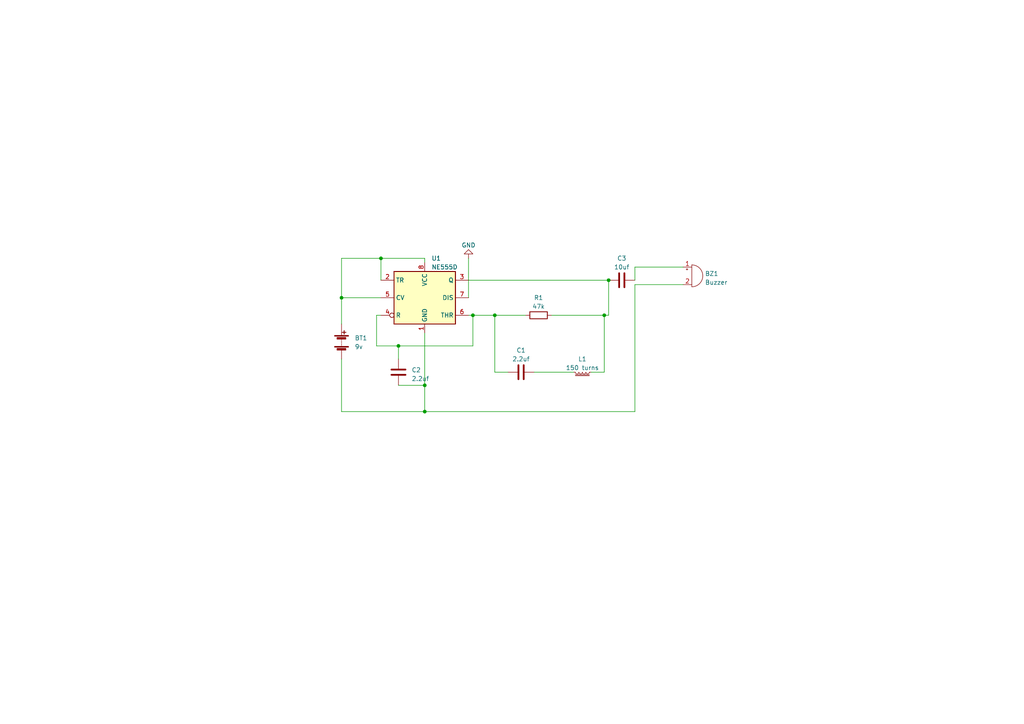
<source format=kicad_sch>
(kicad_sch (version 20230121) (generator eeschema)

  (uuid 005ea1c0-45c9-4ead-9495-a61475bcfb6b)

  (paper "A4")

  (lib_symbols
    (symbol "Device:Battery" (pin_numbers hide) (pin_names (offset 0) hide) (in_bom yes) (on_board yes)
      (property "Reference" "BT" (at 2.54 2.54 0)
        (effects (font (size 1.27 1.27)) (justify left))
      )
      (property "Value" "Battery" (at 2.54 0 0)
        (effects (font (size 1.27 1.27)) (justify left))
      )
      (property "Footprint" "" (at 0 1.524 90)
        (effects (font (size 1.27 1.27)) hide)
      )
      (property "Datasheet" "~" (at 0 1.524 90)
        (effects (font (size 1.27 1.27)) hide)
      )
      (property "ki_keywords" "batt voltage-source cell" (at 0 0 0)
        (effects (font (size 1.27 1.27)) hide)
      )
      (property "ki_description" "Multiple-cell battery" (at 0 0 0)
        (effects (font (size 1.27 1.27)) hide)
      )
      (symbol "Battery_0_1"
        (rectangle (start -2.032 -1.397) (end 2.032 -1.651)
          (stroke (width 0) (type default))
          (fill (type outline))
        )
        (rectangle (start -2.032 1.778) (end 2.032 1.524)
          (stroke (width 0) (type default))
          (fill (type outline))
        )
        (rectangle (start -1.3208 -1.9812) (end 1.27 -2.4892)
          (stroke (width 0) (type default))
          (fill (type outline))
        )
        (rectangle (start -1.3208 1.1938) (end 1.27 0.6858)
          (stroke (width 0) (type default))
          (fill (type outline))
        )
        (polyline
          (pts
            (xy 0 -1.524)
            (xy 0 -1.27)
          )
          (stroke (width 0) (type default))
          (fill (type none))
        )
        (polyline
          (pts
            (xy 0 -1.016)
            (xy 0 -0.762)
          )
          (stroke (width 0) (type default))
          (fill (type none))
        )
        (polyline
          (pts
            (xy 0 -0.508)
            (xy 0 -0.254)
          )
          (stroke (width 0) (type default))
          (fill (type none))
        )
        (polyline
          (pts
            (xy 0 0)
            (xy 0 0.254)
          )
          (stroke (width 0) (type default))
          (fill (type none))
        )
        (polyline
          (pts
            (xy 0 0.508)
            (xy 0 0.762)
          )
          (stroke (width 0) (type default))
          (fill (type none))
        )
        (polyline
          (pts
            (xy 0 1.778)
            (xy 0 2.54)
          )
          (stroke (width 0) (type default))
          (fill (type none))
        )
        (polyline
          (pts
            (xy 0.254 2.667)
            (xy 1.27 2.667)
          )
          (stroke (width 0.254) (type default))
          (fill (type none))
        )
        (polyline
          (pts
            (xy 0.762 3.175)
            (xy 0.762 2.159)
          )
          (stroke (width 0.254) (type default))
          (fill (type none))
        )
      )
      (symbol "Battery_1_1"
        (pin passive line (at 0 5.08 270) (length 2.54)
          (name "+" (effects (font (size 1.27 1.27))))
          (number "1" (effects (font (size 1.27 1.27))))
        )
        (pin passive line (at 0 -5.08 90) (length 2.54)
          (name "-" (effects (font (size 1.27 1.27))))
          (number "2" (effects (font (size 1.27 1.27))))
        )
      )
    )
    (symbol "Device:Buzzer" (pin_names (offset 0.0254) hide) (in_bom yes) (on_board yes)
      (property "Reference" "BZ" (at 3.81 1.27 0)
        (effects (font (size 1.27 1.27)) (justify left))
      )
      (property "Value" "Buzzer" (at 3.81 -1.27 0)
        (effects (font (size 1.27 1.27)) (justify left))
      )
      (property "Footprint" "" (at -0.635 2.54 90)
        (effects (font (size 1.27 1.27)) hide)
      )
      (property "Datasheet" "~" (at -0.635 2.54 90)
        (effects (font (size 1.27 1.27)) hide)
      )
      (property "ki_keywords" "quartz resonator ceramic" (at 0 0 0)
        (effects (font (size 1.27 1.27)) hide)
      )
      (property "ki_description" "Buzzer, polarized" (at 0 0 0)
        (effects (font (size 1.27 1.27)) hide)
      )
      (property "ki_fp_filters" "*Buzzer*" (at 0 0 0)
        (effects (font (size 1.27 1.27)) hide)
      )
      (symbol "Buzzer_0_1"
        (arc (start 0 -3.175) (mid 3.1612 0) (end 0 3.175)
          (stroke (width 0) (type default))
          (fill (type none))
        )
        (polyline
          (pts
            (xy -1.651 1.905)
            (xy -1.143 1.905)
          )
          (stroke (width 0) (type default))
          (fill (type none))
        )
        (polyline
          (pts
            (xy -1.397 2.159)
            (xy -1.397 1.651)
          )
          (stroke (width 0) (type default))
          (fill (type none))
        )
        (polyline
          (pts
            (xy 0 3.175)
            (xy 0 -3.175)
          )
          (stroke (width 0) (type default))
          (fill (type none))
        )
      )
      (symbol "Buzzer_1_1"
        (pin passive line (at -2.54 2.54 0) (length 2.54)
          (name "-" (effects (font (size 1.27 1.27))))
          (number "1" (effects (font (size 1.27 1.27))))
        )
        (pin passive line (at -2.54 -2.54 0) (length 2.54)
          (name "+" (effects (font (size 1.27 1.27))))
          (number "2" (effects (font (size 1.27 1.27))))
        )
      )
    )
    (symbol "Device:C" (pin_numbers hide) (pin_names (offset 0.254)) (in_bom yes) (on_board yes)
      (property "Reference" "C" (at 0.635 2.54 0)
        (effects (font (size 1.27 1.27)) (justify left))
      )
      (property "Value" "C" (at 0.635 -2.54 0)
        (effects (font (size 1.27 1.27)) (justify left))
      )
      (property "Footprint" "" (at 0.9652 -3.81 0)
        (effects (font (size 1.27 1.27)) hide)
      )
      (property "Datasheet" "~" (at 0 0 0)
        (effects (font (size 1.27 1.27)) hide)
      )
      (property "ki_keywords" "cap capacitor" (at 0 0 0)
        (effects (font (size 1.27 1.27)) hide)
      )
      (property "ki_description" "Unpolarized capacitor" (at 0 0 0)
        (effects (font (size 1.27 1.27)) hide)
      )
      (property "ki_fp_filters" "C_*" (at 0 0 0)
        (effects (font (size 1.27 1.27)) hide)
      )
      (symbol "C_0_1"
        (polyline
          (pts
            (xy -2.032 -0.762)
            (xy 2.032 -0.762)
          )
          (stroke (width 0.508) (type default))
          (fill (type none))
        )
        (polyline
          (pts
            (xy -2.032 0.762)
            (xy 2.032 0.762)
          )
          (stroke (width 0.508) (type default))
          (fill (type none))
        )
      )
      (symbol "C_1_1"
        (pin passive line (at 0 3.81 270) (length 2.794)
          (name "~" (effects (font (size 1.27 1.27))))
          (number "1" (effects (font (size 1.27 1.27))))
        )
        (pin passive line (at 0 -3.81 90) (length 2.794)
          (name "~" (effects (font (size 1.27 1.27))))
          (number "2" (effects (font (size 1.27 1.27))))
        )
      )
    )
    (symbol "Device:L_Iron_Small" (pin_numbers hide) (pin_names (offset 0.254) hide) (in_bom yes) (on_board yes)
      (property "Reference" "L" (at 1.27 1.016 0)
        (effects (font (size 1.27 1.27)) (justify left))
      )
      (property "Value" "L_Iron_Small" (at 1.27 -1.27 0)
        (effects (font (size 1.27 1.27)) (justify left))
      )
      (property "Footprint" "" (at 0 0 0)
        (effects (font (size 1.27 1.27)) hide)
      )
      (property "Datasheet" "~" (at 0 0 0)
        (effects (font (size 1.27 1.27)) hide)
      )
      (property "ki_keywords" "inductor choke coil reactor magnetic" (at 0 0 0)
        (effects (font (size 1.27 1.27)) hide)
      )
      (property "ki_description" "Inductor with iron core, small symbol" (at 0 0 0)
        (effects (font (size 1.27 1.27)) hide)
      )
      (property "ki_fp_filters" "Choke_* *Coil* Inductor_* L_*" (at 0 0 0)
        (effects (font (size 1.27 1.27)) hide)
      )
      (symbol "L_Iron_Small_0_1"
        (arc (start 0 -2.032) (mid 0.5058 -1.524) (end 0 -1.016)
          (stroke (width 0) (type default))
          (fill (type none))
        )
        (arc (start 0 -1.016) (mid 0.5058 -0.508) (end 0 0)
          (stroke (width 0) (type default))
          (fill (type none))
        )
        (polyline
          (pts
            (xy 0.762 2.032)
            (xy 0.762 -2.032)
          )
          (stroke (width 0) (type default))
          (fill (type none))
        )
        (polyline
          (pts
            (xy 1.016 -2.032)
            (xy 1.016 2.032)
          )
          (stroke (width 0) (type default))
          (fill (type none))
        )
        (arc (start 0 0) (mid 0.5058 0.508) (end 0 1.016)
          (stroke (width 0) (type default))
          (fill (type none))
        )
        (arc (start 0 1.016) (mid 0.5058 1.524) (end 0 2.032)
          (stroke (width 0) (type default))
          (fill (type none))
        )
      )
      (symbol "L_Iron_Small_1_1"
        (pin passive line (at 0 2.54 270) (length 0.508)
          (name "~" (effects (font (size 1.27 1.27))))
          (number "1" (effects (font (size 1.27 1.27))))
        )
        (pin passive line (at 0 -2.54 90) (length 0.508)
          (name "~" (effects (font (size 1.27 1.27))))
          (number "2" (effects (font (size 1.27 1.27))))
        )
      )
    )
    (symbol "Device:R" (pin_numbers hide) (pin_names (offset 0)) (in_bom yes) (on_board yes)
      (property "Reference" "R" (at 2.032 0 90)
        (effects (font (size 1.27 1.27)))
      )
      (property "Value" "R" (at 0 0 90)
        (effects (font (size 1.27 1.27)))
      )
      (property "Footprint" "" (at -1.778 0 90)
        (effects (font (size 1.27 1.27)) hide)
      )
      (property "Datasheet" "~" (at 0 0 0)
        (effects (font (size 1.27 1.27)) hide)
      )
      (property "ki_keywords" "R res resistor" (at 0 0 0)
        (effects (font (size 1.27 1.27)) hide)
      )
      (property "ki_description" "Resistor" (at 0 0 0)
        (effects (font (size 1.27 1.27)) hide)
      )
      (property "ki_fp_filters" "R_*" (at 0 0 0)
        (effects (font (size 1.27 1.27)) hide)
      )
      (symbol "R_0_1"
        (rectangle (start -1.016 -2.54) (end 1.016 2.54)
          (stroke (width 0.254) (type default))
          (fill (type none))
        )
      )
      (symbol "R_1_1"
        (pin passive line (at 0 3.81 270) (length 1.27)
          (name "~" (effects (font (size 1.27 1.27))))
          (number "1" (effects (font (size 1.27 1.27))))
        )
        (pin passive line (at 0 -3.81 90) (length 1.27)
          (name "~" (effects (font (size 1.27 1.27))))
          (number "2" (effects (font (size 1.27 1.27))))
        )
      )
    )
    (symbol "Timer:NE555D" (in_bom yes) (on_board yes)
      (property "Reference" "U" (at -10.16 8.89 0)
        (effects (font (size 1.27 1.27)) (justify left))
      )
      (property "Value" "NE555D" (at 2.54 8.89 0)
        (effects (font (size 1.27 1.27)) (justify left))
      )
      (property "Footprint" "Package_SO:SOIC-8_3.9x4.9mm_P1.27mm" (at 21.59 -10.16 0)
        (effects (font (size 1.27 1.27)) hide)
      )
      (property "Datasheet" "http://www.ti.com/lit/ds/symlink/ne555.pdf" (at 21.59 -10.16 0)
        (effects (font (size 1.27 1.27)) hide)
      )
      (property "ki_keywords" "single timer 555" (at 0 0 0)
        (effects (font (size 1.27 1.27)) hide)
      )
      (property "ki_description" "Precision Timers, 555 compatible, SOIC-8" (at 0 0 0)
        (effects (font (size 1.27 1.27)) hide)
      )
      (property "ki_fp_filters" "SOIC*3.9x4.9mm*P1.27mm*" (at 0 0 0)
        (effects (font (size 1.27 1.27)) hide)
      )
      (symbol "NE555D_0_0"
        (pin power_in line (at 0 -10.16 90) (length 2.54)
          (name "GND" (effects (font (size 1.27 1.27))))
          (number "1" (effects (font (size 1.27 1.27))))
        )
        (pin power_in line (at 0 10.16 270) (length 2.54)
          (name "VCC" (effects (font (size 1.27 1.27))))
          (number "8" (effects (font (size 1.27 1.27))))
        )
      )
      (symbol "NE555D_0_1"
        (rectangle (start -8.89 -7.62) (end 8.89 7.62)
          (stroke (width 0.254) (type default))
          (fill (type background))
        )
        (rectangle (start -8.89 -7.62) (end 8.89 7.62)
          (stroke (width 0.254) (type default))
          (fill (type background))
        )
      )
      (symbol "NE555D_1_1"
        (pin input line (at -12.7 5.08 0) (length 3.81)
          (name "TR" (effects (font (size 1.27 1.27))))
          (number "2" (effects (font (size 1.27 1.27))))
        )
        (pin output line (at 12.7 5.08 180) (length 3.81)
          (name "Q" (effects (font (size 1.27 1.27))))
          (number "3" (effects (font (size 1.27 1.27))))
        )
        (pin input inverted (at -12.7 -5.08 0) (length 3.81)
          (name "R" (effects (font (size 1.27 1.27))))
          (number "4" (effects (font (size 1.27 1.27))))
        )
        (pin input line (at -12.7 0 0) (length 3.81)
          (name "CV" (effects (font (size 1.27 1.27))))
          (number "5" (effects (font (size 1.27 1.27))))
        )
        (pin input line (at 12.7 -5.08 180) (length 3.81)
          (name "THR" (effects (font (size 1.27 1.27))))
          (number "6" (effects (font (size 1.27 1.27))))
        )
        (pin input line (at 12.7 0 180) (length 3.81)
          (name "DIS" (effects (font (size 1.27 1.27))))
          (number "7" (effects (font (size 1.27 1.27))))
        )
      )
    )
    (symbol "power:GND" (power) (pin_names (offset 0)) (in_bom yes) (on_board yes)
      (property "Reference" "#PWR" (at 0 -6.35 0)
        (effects (font (size 1.27 1.27)) hide)
      )
      (property "Value" "GND" (at 0 -3.81 0)
        (effects (font (size 1.27 1.27)))
      )
      (property "Footprint" "" (at 0 0 0)
        (effects (font (size 1.27 1.27)) hide)
      )
      (property "Datasheet" "" (at 0 0 0)
        (effects (font (size 1.27 1.27)) hide)
      )
      (property "ki_keywords" "global power" (at 0 0 0)
        (effects (font (size 1.27 1.27)) hide)
      )
      (property "ki_description" "Power symbol creates a global label with name \"GND\" , ground" (at 0 0 0)
        (effects (font (size 1.27 1.27)) hide)
      )
      (symbol "GND_0_1"
        (polyline
          (pts
            (xy 0 0)
            (xy 0 -1.27)
            (xy 1.27 -1.27)
            (xy 0 -2.54)
            (xy -1.27 -1.27)
            (xy 0 -1.27)
          )
          (stroke (width 0) (type default))
          (fill (type none))
        )
      )
      (symbol "GND_1_1"
        (pin power_in line (at 0 0 270) (length 0) hide
          (name "GND" (effects (font (size 1.27 1.27))))
          (number "1" (effects (font (size 1.27 1.27))))
        )
      )
    )
  )

  (junction (at 137.16 91.44) (diameter 0) (color 0 0 0 0)
    (uuid 4a50ffe0-5a5d-4501-975c-3748ffa04207)
  )
  (junction (at 143.51 91.44) (diameter 0) (color 0 0 0 0)
    (uuid 4e33fae4-c10b-43fa-8e82-73ac268cb964)
  )
  (junction (at 123.19 119.38) (diameter 0) (color 0 0 0 0)
    (uuid 9de6b6ac-e176-4118-9e7d-fd7b9faf26aa)
  )
  (junction (at 176.53 81.28) (diameter 0) (color 0 0 0 0)
    (uuid ad31426e-9548-4163-a9ec-b38a7b476b65)
  )
  (junction (at 175.26 91.44) (diameter 0) (color 0 0 0 0)
    (uuid d30c629d-f5fd-4837-b126-bd0cfba1d2ed)
  )
  (junction (at 123.19 111.76) (diameter 0) (color 0 0 0 0)
    (uuid db86b4c6-78c3-4ddc-b03e-45da4aada35a)
  )
  (junction (at 110.49 74.93) (diameter 0) (color 0 0 0 0)
    (uuid dc35579b-218a-4b2d-8118-044d7dd2390e)
  )
  (junction (at 99.06 86.36) (diameter 0) (color 0 0 0 0)
    (uuid ea815564-77d5-495b-9d34-fcd17969bae3)
  )
  (junction (at 115.57 100.33) (diameter 0) (color 0 0 0 0)
    (uuid ff19c33a-ed87-47bb-a6f1-78f32f281ebe)
  )

  (wire (pts (xy 123.19 96.52) (xy 123.19 111.76))
    (stroke (width 0) (type default))
    (uuid 01f38f59-1f85-472c-92d7-9a2774a67f1f)
  )
  (wire (pts (xy 115.57 100.33) (xy 115.57 104.14))
    (stroke (width 0) (type default))
    (uuid 0af1bb9b-121e-44a3-b92c-5fee5eceb56d)
  )
  (wire (pts (xy 176.53 91.44) (xy 175.26 91.44))
    (stroke (width 0) (type default))
    (uuid 0b858fb0-5316-4149-bd35-17e3597f412c)
  )
  (wire (pts (xy 137.16 100.33) (xy 137.16 91.44))
    (stroke (width 0) (type default))
    (uuid 0ff5a45f-0fde-4ae7-aa37-d5ffb63c287f)
  )
  (wire (pts (xy 99.06 86.36) (xy 99.06 74.93))
    (stroke (width 0) (type default))
    (uuid 14c7e1ad-fc51-4609-9b5a-caeaf8f9e8f6)
  )
  (wire (pts (xy 109.22 100.33) (xy 115.57 100.33))
    (stroke (width 0) (type default))
    (uuid 18bba283-f9c6-46c7-84aa-b82492309a6f)
  )
  (wire (pts (xy 176.53 81.28) (xy 176.53 91.44))
    (stroke (width 0) (type default))
    (uuid 1efa0595-910f-4ebf-af94-3d4597f475c1)
  )
  (wire (pts (xy 143.51 107.95) (xy 143.51 91.44))
    (stroke (width 0) (type default))
    (uuid 2103d3db-41dd-432c-810c-e017b22b7161)
  )
  (wire (pts (xy 109.22 91.44) (xy 109.22 100.33))
    (stroke (width 0) (type default))
    (uuid 251aa2c5-0137-45f8-be63-7c93aebdc1ba)
  )
  (wire (pts (xy 115.57 111.76) (xy 123.19 111.76))
    (stroke (width 0) (type default))
    (uuid 27fa4be2-92aa-44f7-a48b-807490c30d2e)
  )
  (wire (pts (xy 135.89 91.44) (xy 137.16 91.44))
    (stroke (width 0) (type default))
    (uuid 47c7805d-e92c-44b8-922a-8b8825bfa646)
  )
  (wire (pts (xy 160.02 91.44) (xy 175.26 91.44))
    (stroke (width 0) (type default))
    (uuid 49cc884e-b026-4edc-bc5a-b2a034f75190)
  )
  (wire (pts (xy 110.49 74.93) (xy 123.19 74.93))
    (stroke (width 0) (type default))
    (uuid 5a69d505-0903-4f39-8cea-b8ac0f821f29)
  )
  (wire (pts (xy 123.19 119.38) (xy 99.06 119.38))
    (stroke (width 0) (type default))
    (uuid 5ffa64c8-d2d8-496d-b117-1fd397af2fee)
  )
  (wire (pts (xy 110.49 74.93) (xy 110.49 81.28))
    (stroke (width 0) (type default))
    (uuid 75a5d44c-5e45-4d15-833f-c18c0a181736)
  )
  (wire (pts (xy 198.12 82.55) (xy 184.15 82.55))
    (stroke (width 0) (type default))
    (uuid 8dbc3eb6-c955-48aa-bd90-9344a7418b9d)
  )
  (wire (pts (xy 123.19 111.76) (xy 123.19 119.38))
    (stroke (width 0) (type default))
    (uuid 8ef6208b-0642-4894-b0eb-2ea236315f54)
  )
  (wire (pts (xy 123.19 74.93) (xy 123.19 76.2))
    (stroke (width 0) (type default))
    (uuid 921ba3a8-82eb-42c6-ba20-d1609b50aa67)
  )
  (wire (pts (xy 175.26 91.44) (xy 175.26 107.95))
    (stroke (width 0) (type default))
    (uuid 9d1b5ae1-72bf-49dd-a62c-5feafd787b43)
  )
  (wire (pts (xy 135.89 81.28) (xy 176.53 81.28))
    (stroke (width 0) (type default))
    (uuid a01aaabc-db08-429f-8155-fdf5035cb4d8)
  )
  (wire (pts (xy 99.06 119.38) (xy 99.06 104.14))
    (stroke (width 0) (type default))
    (uuid a16dc4cd-88b2-4bdb-896d-95f6d6f55acb)
  )
  (wire (pts (xy 184.15 77.47) (xy 198.12 77.47))
    (stroke (width 0) (type default))
    (uuid a32dd1a6-dc0d-4c02-90d7-9804521c2393)
  )
  (wire (pts (xy 147.32 107.95) (xy 143.51 107.95))
    (stroke (width 0) (type default))
    (uuid b3b22c8f-2d64-4fe1-8214-e7643cf0509d)
  )
  (wire (pts (xy 99.06 93.98) (xy 99.06 86.36))
    (stroke (width 0) (type default))
    (uuid b5353036-062e-4abb-a4c8-81a207ea90fb)
  )
  (wire (pts (xy 110.49 91.44) (xy 109.22 91.44))
    (stroke (width 0) (type default))
    (uuid b7d7ace6-9d55-44ca-8702-bd7dc6d9571f)
  )
  (wire (pts (xy 175.26 107.95) (xy 171.45 107.95))
    (stroke (width 0) (type default))
    (uuid b963528c-ecd2-427f-8160-a5e67cbc5f81)
  )
  (wire (pts (xy 143.51 91.44) (xy 152.4 91.44))
    (stroke (width 0) (type default))
    (uuid c0470b05-8b19-419f-97e4-70f4472fa31f)
  )
  (wire (pts (xy 99.06 86.36) (xy 110.49 86.36))
    (stroke (width 0) (type default))
    (uuid c1d4eba9-8997-4842-a16e-a9f2cc3c90f7)
  )
  (wire (pts (xy 184.15 119.38) (xy 123.19 119.38))
    (stroke (width 0) (type default))
    (uuid c431ab18-c2e7-4f60-b3ca-aba8588b582e)
  )
  (wire (pts (xy 99.06 74.93) (xy 110.49 74.93))
    (stroke (width 0) (type default))
    (uuid c4b8a3ac-005a-45d1-ae15-c0359be231c7)
  )
  (wire (pts (xy 135.89 74.93) (xy 135.89 86.36))
    (stroke (width 0) (type default))
    (uuid e07fc687-40a8-4a41-8b39-3d6c818abac3)
  )
  (wire (pts (xy 154.94 107.95) (xy 166.37 107.95))
    (stroke (width 0) (type default))
    (uuid e0ea76c6-74bf-4912-8e49-9aeba4dcda95)
  )
  (wire (pts (xy 115.57 100.33) (xy 137.16 100.33))
    (stroke (width 0) (type default))
    (uuid e10e1a5e-8953-476f-ba0e-9f186d66b33a)
  )
  (wire (pts (xy 137.16 91.44) (xy 143.51 91.44))
    (stroke (width 0) (type default))
    (uuid e3a3e736-c050-4cb5-9e54-aeea1db4d631)
  )
  (wire (pts (xy 184.15 82.55) (xy 184.15 119.38))
    (stroke (width 0) (type default))
    (uuid e6a5b72d-805b-4ae2-8ac8-4bde2adc8398)
  )
  (wire (pts (xy 184.15 81.28) (xy 184.15 77.47))
    (stroke (width 0) (type default))
    (uuid fcd50589-8146-435d-bcbc-9396bdf84aec)
  )

  (symbol (lib_id "Device:Buzzer") (at 200.66 80.01 0) (unit 1)
    (in_bom yes) (on_board yes) (dnp no) (fields_autoplaced)
    (uuid 03e1d60d-9e89-43d2-85ad-16037b513439)
    (property "Reference" "BZ1" (at 204.47 79.375 0)
      (effects (font (size 1.27 1.27)) (justify left))
    )
    (property "Value" "Buzzer" (at 204.47 81.915 0)
      (effects (font (size 1.27 1.27)) (justify left))
    )
    (property "Footprint" "" (at 200.025 77.47 90)
      (effects (font (size 1.27 1.27)) hide)
    )
    (property "Datasheet" "~" (at 200.025 77.47 90)
      (effects (font (size 1.27 1.27)) hide)
    )
    (pin "1" (uuid 149a5a26-927a-49ad-8fed-97234c796491))
    (pin "2" (uuid 1df01356-97cf-43d2-b931-67022d278dc1))
    (instances
      (project "MetalDetector ckt"
        (path "/005ea1c0-45c9-4ead-9495-a61475bcfb6b"
          (reference "BZ1") (unit 1)
        )
      )
    )
  )

  (symbol (lib_id "Device:L_Iron_Small") (at 168.91 107.95 270) (unit 1)
    (in_bom yes) (on_board yes) (dnp no) (fields_autoplaced)
    (uuid 0515527c-e535-4e8a-a061-f0eca66deb6d)
    (property "Reference" "L1" (at 168.91 104.14 90)
      (effects (font (size 1.27 1.27)))
    )
    (property "Value" "150 turns" (at 168.91 106.68 90)
      (effects (font (size 1.27 1.27)))
    )
    (property "Footprint" "" (at 168.91 107.95 0)
      (effects (font (size 1.27 1.27)) hide)
    )
    (property "Datasheet" "~" (at 168.91 107.95 0)
      (effects (font (size 1.27 1.27)) hide)
    )
    (pin "1" (uuid d0796837-4c6b-4095-9fae-858500ab34b5))
    (pin "2" (uuid d53480f7-4334-4639-8bb4-b8e0f42645a7))
    (instances
      (project "MetalDetector ckt"
        (path "/005ea1c0-45c9-4ead-9495-a61475bcfb6b"
          (reference "L1") (unit 1)
        )
      )
    )
  )

  (symbol (lib_id "power:GND") (at 135.89 74.93 180) (unit 1)
    (in_bom yes) (on_board yes) (dnp no) (fields_autoplaced)
    (uuid 13314e37-fe43-4c34-b219-d9e705497581)
    (property "Reference" "#PWR01" (at 135.89 68.58 0)
      (effects (font (size 1.27 1.27)) hide)
    )
    (property "Value" "GND" (at 135.89 71.12 0)
      (effects (font (size 1.27 1.27)))
    )
    (property "Footprint" "" (at 135.89 74.93 0)
      (effects (font (size 1.27 1.27)) hide)
    )
    (property "Datasheet" "" (at 135.89 74.93 0)
      (effects (font (size 1.27 1.27)) hide)
    )
    (pin "1" (uuid c0068f00-21f1-4dc9-b7e3-7bec76ac9ea2))
    (instances
      (project "MetalDetector ckt"
        (path "/005ea1c0-45c9-4ead-9495-a61475bcfb6b"
          (reference "#PWR01") (unit 1)
        )
      )
    )
  )

  (symbol (lib_id "Device:C") (at 180.34 81.28 90) (unit 1)
    (in_bom yes) (on_board yes) (dnp no) (fields_autoplaced)
    (uuid 3752d84f-ed4e-4e59-873a-544227fe3bc5)
    (property "Reference" "C3" (at 180.34 74.93 90)
      (effects (font (size 1.27 1.27)))
    )
    (property "Value" "10uf" (at 180.34 77.47 90)
      (effects (font (size 1.27 1.27)))
    )
    (property "Footprint" "" (at 184.15 80.3148 0)
      (effects (font (size 1.27 1.27)) hide)
    )
    (property "Datasheet" "~" (at 180.34 81.28 0)
      (effects (font (size 1.27 1.27)) hide)
    )
    (pin "1" (uuid 30b4fdd8-0134-4a7a-92a0-fc3e32387881))
    (pin "2" (uuid 1c7614f2-88b2-4aa5-8387-2aef68109ba9))
    (instances
      (project "MetalDetector ckt"
        (path "/005ea1c0-45c9-4ead-9495-a61475bcfb6b"
          (reference "C3") (unit 1)
        )
      )
    )
  )

  (symbol (lib_id "Device:Battery") (at 99.06 99.06 0) (unit 1)
    (in_bom yes) (on_board yes) (dnp no) (fields_autoplaced)
    (uuid 5cef5a33-0f9a-4842-aedc-bab6190b3e2a)
    (property "Reference" "BT1" (at 102.87 98.044 0)
      (effects (font (size 1.27 1.27)) (justify left))
    )
    (property "Value" "9v" (at 102.87 100.584 0)
      (effects (font (size 1.27 1.27)) (justify left))
    )
    (property "Footprint" "" (at 99.06 97.536 90)
      (effects (font (size 1.27 1.27)) hide)
    )
    (property "Datasheet" "~" (at 99.06 97.536 90)
      (effects (font (size 1.27 1.27)) hide)
    )
    (pin "1" (uuid 2b3f0bee-3342-4d0a-86e2-84ddfc19eec0))
    (pin "2" (uuid 03afb410-a416-4ecc-a9fd-a3753973cb1f))
    (instances
      (project "MetalDetector ckt"
        (path "/005ea1c0-45c9-4ead-9495-a61475bcfb6b"
          (reference "BT1") (unit 1)
        )
      )
    )
  )

  (symbol (lib_id "Device:C") (at 115.57 107.95 180) (unit 1)
    (in_bom yes) (on_board yes) (dnp no) (fields_autoplaced)
    (uuid ae70146c-cc97-4191-b284-39edf1955739)
    (property "Reference" "C2" (at 119.38 107.315 0)
      (effects (font (size 1.27 1.27)) (justify right))
    )
    (property "Value" "2.2uf" (at 119.38 109.855 0)
      (effects (font (size 1.27 1.27)) (justify right))
    )
    (property "Footprint" "" (at 114.6048 104.14 0)
      (effects (font (size 1.27 1.27)) hide)
    )
    (property "Datasheet" "~" (at 115.57 107.95 0)
      (effects (font (size 1.27 1.27)) hide)
    )
    (pin "1" (uuid 32b6f272-36b4-4fbd-877d-48717c7e17a4))
    (pin "2" (uuid bb08520e-a9ad-4451-8a39-0c09d32a6967))
    (instances
      (project "MetalDetector ckt"
        (path "/005ea1c0-45c9-4ead-9495-a61475bcfb6b"
          (reference "C2") (unit 1)
        )
      )
    )
  )

  (symbol (lib_id "Timer:NE555D") (at 123.19 86.36 0) (unit 1)
    (in_bom yes) (on_board yes) (dnp no) (fields_autoplaced)
    (uuid ccd25dee-ddf8-4bc9-975a-6589782eb5bd)
    (property "Reference" "U1" (at 125.1459 74.93 0)
      (effects (font (size 1.27 1.27)) (justify left))
    )
    (property "Value" "NE555D" (at 125.1459 77.47 0)
      (effects (font (size 1.27 1.27)) (justify left))
    )
    (property "Footprint" "Package_SO:SOIC-8_3.9x4.9mm_P1.27mm" (at 144.78 96.52 0)
      (effects (font (size 1.27 1.27)) hide)
    )
    (property "Datasheet" "http://www.ti.com/lit/ds/symlink/ne555.pdf" (at 144.78 96.52 0)
      (effects (font (size 1.27 1.27)) hide)
    )
    (pin "1" (uuid 6fca8580-0a94-41c5-b1b3-7f185d534765))
    (pin "8" (uuid 6fafc90b-def9-48c8-8e07-9694dba83634))
    (pin "2" (uuid 55f45cf3-f653-47d9-9f87-9dcadb07d934))
    (pin "3" (uuid 3f3add4f-499f-4056-8e37-f3da4853c590))
    (pin "4" (uuid bf71682c-502d-4180-a314-7da455f5cf7f))
    (pin "5" (uuid e9f6d82a-0a99-405c-b0f7-40ef08487233))
    (pin "6" (uuid 9cdc7193-4686-4c14-8eab-324d320d1b09))
    (pin "7" (uuid 6ce89dd4-8024-4b22-a7c6-d3a60321fa97))
    (instances
      (project "MetalDetector ckt"
        (path "/005ea1c0-45c9-4ead-9495-a61475bcfb6b"
          (reference "U1") (unit 1)
        )
      )
    )
  )

  (symbol (lib_id "Device:R") (at 156.21 91.44 90) (unit 1)
    (in_bom yes) (on_board yes) (dnp no) (fields_autoplaced)
    (uuid d644767a-cd75-4c8d-a2c7-320b577d1f22)
    (property "Reference" "R1" (at 156.21 86.36 90)
      (effects (font (size 1.27 1.27)))
    )
    (property "Value" "47k" (at 156.21 88.9 90)
      (effects (font (size 1.27 1.27)))
    )
    (property "Footprint" "" (at 156.21 93.218 90)
      (effects (font (size 1.27 1.27)) hide)
    )
    (property "Datasheet" "~" (at 156.21 91.44 0)
      (effects (font (size 1.27 1.27)) hide)
    )
    (pin "1" (uuid a2d0d66b-6c04-4c43-866c-32651f64db62))
    (pin "2" (uuid ae7ce0fe-ab37-4557-aa7d-8107e0fde211))
    (instances
      (project "MetalDetector ckt"
        (path "/005ea1c0-45c9-4ead-9495-a61475bcfb6b"
          (reference "R1") (unit 1)
        )
      )
    )
  )

  (symbol (lib_id "Device:C") (at 151.13 107.95 90) (unit 1)
    (in_bom yes) (on_board yes) (dnp no) (fields_autoplaced)
    (uuid e4ab4f19-b4f3-4021-9f2e-dbf3d38e5ece)
    (property "Reference" "C1" (at 151.13 101.6 90)
      (effects (font (size 1.27 1.27)))
    )
    (property "Value" "2.2uf" (at 151.13 104.14 90)
      (effects (font (size 1.27 1.27)))
    )
    (property "Footprint" "" (at 154.94 106.9848 0)
      (effects (font (size 1.27 1.27)) hide)
    )
    (property "Datasheet" "~" (at 151.13 107.95 0)
      (effects (font (size 1.27 1.27)) hide)
    )
    (pin "1" (uuid d037c46b-7172-444c-8f7d-ec7642aadab4))
    (pin "2" (uuid c32f3ecb-6c0e-4268-8b87-9fcdb58ae07f))
    (instances
      (project "MetalDetector ckt"
        (path "/005ea1c0-45c9-4ead-9495-a61475bcfb6b"
          (reference "C1") (unit 1)
        )
      )
    )
  )

  (sheet_instances
    (path "/" (page "1"))
  )
)

</source>
